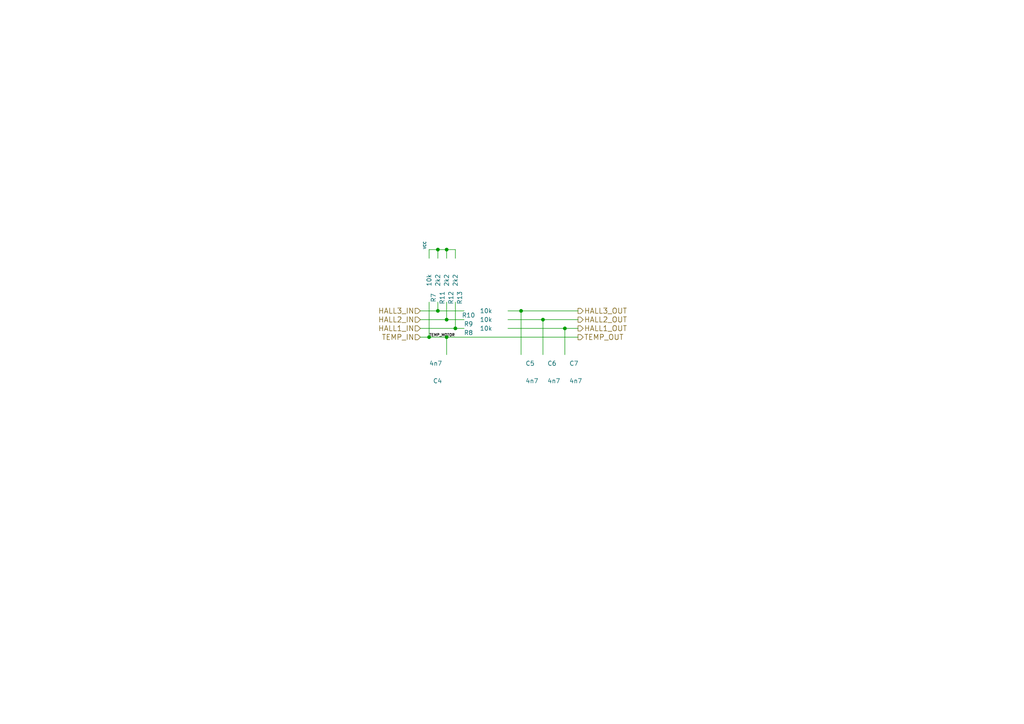
<source format=kicad_sch>
(kicad_sch (version 20230121) (generator eeschema)
  (paper "A4")
  (title_block (title "BLDC Driver 4.11") (date "21 aug 2015") (rev "4.12") (company "Benjamin Vedder"))
  (lib_symbols)
  (junction (at 132.08 95.25))
  (junction (at 129.54 72.39))
  (junction (at 157.48 92.71))
  (junction (at 127 72.39))
  (junction (at 129.54 97.79))
  (junction (at 127 90.17))
  (junction (at 129.54 92.71))
  (junction (at 151.13 90.17))
  (junction (at 163.83 95.25))
  (junction (at 124.46 97.79))
  (wire (pts (xy 129.54 92.71) (xy 134.62 92.71)))
  (wire (pts (xy 132.08 87.63) (xy 132.08 95.25)))
  (wire (pts (xy 129.54 72.39) (xy 132.08 72.39)))
  (wire (pts (xy 129.54 72.39) (xy 129.54 74.93)))
  (wire (pts (xy 121.92 90.17) (xy 127 90.17)))
  (wire (pts (xy 132.08 72.39) (xy 132.08 74.93)))
  (wire (pts (xy 157.48 92.71) (xy 157.48 102.87)))
  (wire (pts (xy 163.83 95.25) (xy 167.64 95.25)))
  (wire (pts (xy 151.13 90.17) (xy 151.13 102.87)))
  (wire (pts (xy 121.92 95.25) (xy 132.08 95.25)))
  (wire (pts (xy 121.92 97.79) (xy 124.46 97.79)))
  (wire (pts (xy 124.46 97.79) (xy 129.54 97.79)))
  (wire (pts (xy 147.32 90.17) (xy 151.13 90.17)))
  (wire (pts (xy 147.32 95.25) (xy 163.83 95.25)))
  (wire (pts (xy 124.46 87.63) (xy 124.46 97.79)))
  (wire (pts (xy 129.54 87.63) (xy 129.54 92.71)))
  (wire (pts (xy 124.46 72.39) (xy 124.46 74.93)))
  (wire (pts (xy 127 74.93) (xy 127 72.39)))
  (wire (pts (xy 127 72.39) (xy 129.54 72.39)))
  (wire (pts (xy 121.92 92.71) (xy 129.54 92.71)))
  (wire (pts (xy 124.46 72.39) (xy 127 72.39)))
  (wire (pts (xy 129.54 97.79) (xy 129.54 102.87)))
  (wire (pts (xy 132.08 95.25) (xy 134.62 95.25)))
  (wire (pts (xy 151.13 90.17) (xy 167.64 90.17)))
  (wire (pts (xy 147.32 92.71) (xy 157.48 92.71)))
  (wire (pts (xy 163.83 95.25) (xy 163.83 102.87)))
  (wire (pts (xy 127 87.63) (xy 127 90.17)))
  (wire (pts (xy 157.48 92.71) (xy 167.64 92.71)))
  (wire (pts (xy 127 90.17) (xy 134.62 90.17)))
  (wire (pts (xy 129.54 97.79) (xy 167.64 97.79)))
  (label "TEMP_MOTOR" (at 124.46 97.79 0) (effects (font (size 0.762 0.762))))
  (hierarchical_label "TEMP_IN" (shape input) (at 121.92 97.79 180) (effects (font (size 1.524 1.524))))
  (hierarchical_label "HALL2_IN" (shape input) (at 121.92 92.71 180) (effects (font (size 1.524 1.524))))
  (hierarchical_label "HALL3_OUT" (shape output) (at 167.64 90.17 0) (effects (font (size 1.524 1.524))))
  (hierarchical_label "HALL1_IN" (shape input) (at 121.92 95.25 180) (effects (font (size 1.524 1.524))))
  (hierarchical_label "HALL3_IN" (shape input) (at 121.92 90.17 180) (effects (font (size 1.524 1.524))))
  (hierarchical_label "HALL2_OUT" (shape output) (at 167.64 92.71 0) (effects (font (size 1.524 1.524))))
  (hierarchical_label "HALL1_OUT" (shape output) (at 167.64 95.25 0) (effects (font (size 1.524 1.524))))
  (hierarchical_label "TEMP_OUT" (shape output) (at 167.64 97.79 0) (effects (font (size 1.524 1.524))))
  (symbol (lib_id "R-RESCUE-BLDC_4") (at 124.46 81.28 180) (unit 1)
    (property "Reference" "R7" (at 125.73 86.36 90))
    (property "Value" "10k" (at 124.46 81.28 90))
    (property "Footprint" "CRF1:SMD-0603_r" (effects hide))
  )
  (symbol (lib_id "R-RESCUE-BLDC_4") (at 140.97 95.25 90) (unit 1)
    (property "Reference" "R8" (at 135.89 96.52 90))
    (property "Value" "10k" (at 140.97 95.25 90))
    (property "Footprint" "CRF1:SMD-0603_r" (effects hide))
  )
  (symbol (lib_id "R-RESCUE-BLDC_4") (at 140.97 92.71 90) (unit 1)
    (property "Reference" "R9" (at 135.89 93.98 90))
    (property "Value" "10k" (at 140.97 92.71 90))
    (property "Footprint" "CRF1:SMD-0603_r" (effects hide))
  )
  (symbol (lib_id "R-RESCUE-BLDC_4") (at 140.97 90.17 90) (unit 1)
    (property "Reference" "R10" (at 135.89 91.44 90))
    (property "Value" "10k" (at 140.97 90.17 90))
    (property "Footprint" "CRF1:SMD-0603_r" (effects hide))
  )
  (symbol (lib_id "C-RESCUE-BLDC_4") (at 151.13 107.95 0) (unit 1)
    (property "Reference" "C5" (at 152.4 105.41 0) (effects (justify left)))
    (property "Value" "4n7" (at 152.4 110.49 0) (effects (justify left)))
    (property "Footprint" "CRF1:SMD-0603_c" (effects hide))
  )
  (symbol (lib_id "C-RESCUE-BLDC_4") (at 157.48 107.95 0) (unit 1)
    (property "Reference" "C6" (at 158.75 105.41 0) (effects (justify left)))
    (property "Value" "4n7" (at 158.75 110.49 0) (effects (justify left)))
    (property "Footprint" "CRF1:SMD-0603_c" (effects hide))
  )
  (symbol (lib_id "C-RESCUE-BLDC_4") (at 163.83 107.95 0) (unit 1)
    (property "Reference" "C7" (at 165.1 105.41 0) (effects (justify left)))
    (property "Value" "4n7" (at 165.1 110.49 0) (effects (justify left)))
    (property "Footprint" "CRF1:SMD-0603_c" (effects hide))
  )
  (symbol (lib_id "GND-RESCUE-BLDC_4") (at 151.13 113.03 0) (unit 1)
    (property "Reference" "#PWR030" (effects hide))
    (property "Value" "GND" (effects hide))
  )
  (symbol (lib_id "R-RESCUE-BLDC_4") (at 127 81.28 180) (unit 1)
    (property "Reference" "R11" (at 128.27 86.36 90))
    (property "Value" "2k2" (at 127 81.28 90))
    (property "Footprint" "CRF1:SMD-0603_r" (effects hide))
  )
  (symbol (lib_id "R-RESCUE-BLDC_4") (at 129.54 81.28 180) (unit 1)
    (property "Reference" "R12" (at 130.81 86.36 90))
    (property "Value" "2k2" (at 129.54 81.28 90))
    (property "Footprint" "CRF1:SMD-0603_r" (effects hide))
  )
  (symbol (lib_id "R-RESCUE-BLDC_4") (at 132.08 81.28 180) (unit 1)
    (property "Reference" "R13" (at 133.35 86.36 90))
    (property "Value" "2k2" (at 132.08 81.28 90))
    (property "Footprint" "CRF1:SMD-0603_r" (effects hide))
  )
  (symbol (lib_id "C-RESCUE-BLDC_4") (at 129.54 107.95 180) (unit 1)
    (property "Reference" "C4" (at 128.27 110.49 0) (effects (justify left)))
    (property "Value" "4n7" (at 128.27 105.41 0) (effects (justify left)))
    (property "Footprint" "CRF1:SMD-0603_c" (effects hide))
  )
  (symbol (lib_id "GND-RESCUE-BLDC_4") (at 129.54 113.03 0) (unit 1)
    (property "Reference" "#PWR031" (effects hide))
    (property "Value" "GND" (effects hide))
  )
  (symbol (lib_id "VCC") (at 124.46 72.39 0) (unit 1)
    (property "Reference" "#PWR032" (effects hide))
    (property "Value" "VCC" (at 123.19 71.12 90) (effects (font (size 0.762 0.762))))
  )
  (symbol (lib_id "GND-RESCUE-BLDC_4") (at 157.48 113.03 0) (unit 1)
    (property "Reference" "#PWR033" (effects hide))
    (property "Value" "GND" (effects hide))
  )
  (symbol (lib_id "GND-RESCUE-BLDC_4") (at 163.83 113.03 0) (unit 1)
    (property "Reference" "#PWR034" (effects hide))
    (property "Value" "GND" (effects hide))
  )
)
</source>
